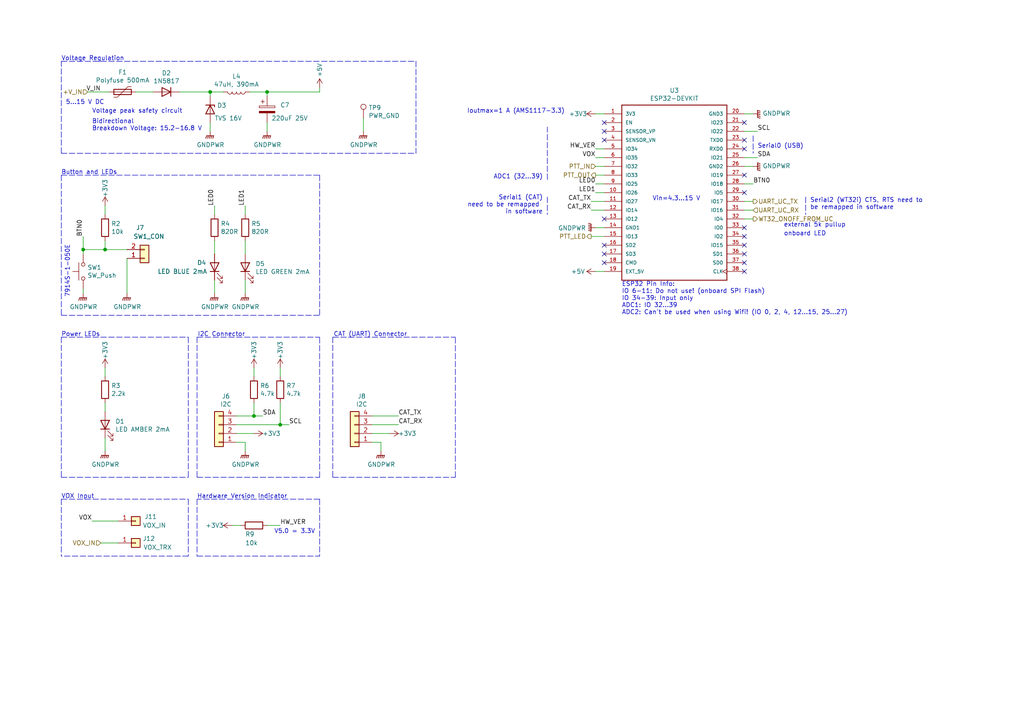
<source format=kicad_sch>
(kicad_sch (version 20211123) (generator eeschema)
  (paper "A4")
  (title_block (title "BT-TRX Development Board ") (date "2020-01-16") (rev "v5.0") (company "bt-trx.com") (comment 1 "Licensed under CERN OHL v1.2 - https://ohwr.org/licenses/cern-ohl/v1.2") (comment 2 "Andreas Müller - DC1MIL") (comment 3 "Christian Obersteiner - DL1COM") (comment 4 "Author:"))
  (lib_symbols
    (symbol "Connector:TestPoint" (pin_numbers hide) (pin_names (offset 0.762) hide)
      (property "Reference" "TP" (at 0 6.858 0))
      (property "Value" "TestPoint" (at 0 5.08 0))
      (symbol "TestPoint_0_1"
        (circle (center 0 3.302) (radius 0.762))
      )
      (symbol "TestPoint_1_1"
        (pin passive line (at 0 0 90) (length 2.54) (name "1") (number "1"))
      )
    )
    (symbol "Connector_Generic:Conn_01x01" (pin_names (offset 1.016) hide)
      (property "Reference" "J" (at 0 2.54 0))
      (property "Value" "Conn_01x01" (at 0 -2.54 0))
      (symbol "Conn_01x01_1_1"
        (rectangle (start -1.27 0.127) (end 0 -0.127) (stroke (width 0.1524)))
        (rectangle (start -1.27 1.27) (end 1.27 -1.27) (stroke (width 0.254)) (fill (type background)))
        (pin passive line (at -5.08 0 0) (length 3.81) (name "Pin_1") (number "1"))
      )
    )
    (symbol "Connector_Generic:Conn_01x02" (pin_names (offset 1.016) hide)
      (property "Reference" "J" (at 0 2.54 0))
      (property "Value" "Conn_01x02" (at 0 -5.08 0))
      (symbol "Conn_01x02_1_1"
        (rectangle (start -1.27 -2.413) (end 0 -2.667) (stroke (width 0.1524)))
        (rectangle (start -1.27 0.127) (end 0 -0.127) (stroke (width 0.1524)))
        (rectangle (start -1.27 1.27) (end 1.27 -3.81) (stroke (width 0.254)) (fill (type background)))
        (pin passive line (at -5.08 0 0) (length 3.81) (name "Pin_1") (number "1"))
        (pin passive line (at -5.08 -2.54 0) (length 3.81) (name "Pin_2") (number "2"))
      )
    )
    (symbol "Connector_Generic:Conn_01x04" (pin_names (offset 1.016) hide)
      (property "Reference" "J" (at 0 5.08 0))
      (property "Value" "Conn_01x04" (at 0 -7.62 0))
      (symbol "Conn_01x04_1_1"
        (rectangle (start -1.27 -4.953) (end 0 -5.207) (stroke (width 0.1524)))
        (rectangle (start -1.27 -2.413) (end 0 -2.667) (stroke (width 0.1524)))
        (rectangle (start -1.27 0.127) (end 0 -0.127) (stroke (width 0.1524)))
        (rectangle (start -1.27 2.667) (end 0 2.413) (stroke (width 0.1524)))
        (rectangle (start -1.27 3.81) (end 1.27 -6.35) (stroke (width 0.254)) (fill (type background)))
        (pin passive line (at -5.08 2.54 0) (length 3.81) (name "Pin_1") (number "1"))
        (pin passive line (at -5.08 0 0) (length 3.81) (name "Pin_2") (number "2"))
        (pin passive line (at -5.08 -2.54 0) (length 3.81) (name "Pin_3") (number "3"))
        (pin passive line (at -5.08 -5.08 0) (length 3.81) (name "Pin_4") (number "4"))
      )
    )
    (symbol "Device:D" (pin_numbers hide) (pin_names (offset 1.016) hide)
      (property "Reference" "D" (at 0 2.54 0))
      (property "Value" "D" (at 0 -2.54 0))
      (symbol "D_0_1"
        (polyline (pts (xy -1.27 1.27) (xy -1.27 -1.27)) (stroke (width 0.254)))
        (polyline (pts (xy 1.27 0) (xy -1.27 0)))
        (polyline (pts (xy 1.27 1.27) (xy 1.27 -1.27) (xy -1.27 0) (xy 1.27 1.27)) (stroke (width 0.254)))
      )
      (symbol "D_1_1"
        (pin passive line (at -3.81 0 0) (length 2.54) (name "K") (number "1"))
        (pin passive line (at 3.81 0 180) (length 2.54) (name "A") (number "2"))
      )
    )
    (symbol "Device:D_Zener" (pin_numbers hide) (pin_names (offset 1.016) hide)
      (property "Reference" "D" (at 0 2.54 0))
      (property "Value" "D_Zener" (at 0 -2.54 0))
      (symbol "D_Zener_0_1"
        (polyline (pts (xy 1.27 0) (xy -1.27 0)))
        (polyline (pts (xy -1.27 -1.27) (xy -1.27 1.27) (xy -0.762 1.27)) (stroke (width 0.254)))
        (polyline (pts (xy 1.27 -1.27) (xy 1.27 1.27) (xy -1.27 0) (xy 1.27 -1.27)) (stroke (width 0.254)))
      )
      (symbol "D_Zener_1_1"
        (pin passive line (at -3.81 0 0) (length 2.54) (name "K") (number "1"))
        (pin passive line (at 3.81 0 180) (length 2.54) (name "A") (number "2"))
      )
    )
    (symbol "Device:L" (pin_numbers hide) (pin_names (offset 1.016) hide)
      (property "Reference" "L" (at -1.27 0 90))
      (property "Value" "L" (at 1.905 0 90))
      (symbol "L_0_1"
        (arc (start 0 -2.54) (mid 0.635 -1.905) (end 0 -1.27))
        (arc (start 0 -1.27) (mid 0.635 -0.635) (end 0 0))
        (arc (start 0 0) (mid 0.635 0.635) (end 0 1.27))
        (arc (start 0 1.27) (mid 0.635 1.905) (end 0 2.54))
      )
      (symbol "L_1_1"
        (pin passive line (at 0 3.81 270) (length 1.27) (name "1") (number "1"))
        (pin passive line (at 0 -3.81 90) (length 1.27) (name "2") (number "2"))
      )
    )
    (symbol "Device:LED" (pin_numbers hide) (pin_names (offset 1.016) hide)
      (property "Reference" "D" (at 0 2.54 0))
      (property "Value" "LED" (at 0 -2.54 0))
      (symbol "LED_0_1"
        (polyline (pts (xy -1.27 -1.27) (xy -1.27 1.27)) (stroke (width 0.254)))
        (polyline (pts (xy -1.27 0) (xy 1.27 0)))
        (polyline (pts (xy 1.27 -1.27) (xy 1.27 1.27) (xy -1.27 0) (xy 1.27 -1.27)) (stroke (width 0.254)))
        (polyline (pts (xy -3.048 -0.762) (xy -4.572 -2.286) (xy -3.81 -2.286) (xy -4.572 -2.286) (xy -4.572 -1.524)))
        (polyline (pts (xy -1.778 -0.762) (xy -3.302 -2.286) (xy -2.54 -2.286) (xy -3.302 -2.286) (xy -3.302 -1.524)))
      )
      (symbol "LED_1_1"
        (pin passive line (at -3.81 0 0) (length 2.54) (name "K") (number "1"))
        (pin passive line (at 3.81 0 180) (length 2.54) (name "A") (number "2"))
      )
    )
    (symbol "Device:Polyfuse" (pin_numbers hide) (pin_names (offset 0))
      (property "Reference" "F" (at -2.54 0 90))
      (property "Value" "Polyfuse" (at 2.54 0 90))
      (symbol "Polyfuse_0_1"
        (rectangle (start -0.762 2.54) (end 0.762 -2.54) (stroke (width 0.254)))
        (polyline (pts (xy 0 2.54) (xy 0 -2.54)))
        (polyline (pts (xy -1.524 2.54) (xy -1.524 1.524) (xy 1.524 -1.524) (xy 1.524 -2.54)))
      )
      (symbol "Polyfuse_1_1"
        (pin passive line (at 0 3.81 270) (length 1.27) (name "~") (number "1"))
        (pin passive line (at 0 -3.81 90) (length 1.27) (name "~") (number "2"))
      )
    )
    (symbol "Device:R" (pin_numbers hide) (pin_names (offset 0))
      (property "Reference" "R" (at 2.032 0 90))
      (property "Value" "R" (at 0 0 90))
      (symbol "R_0_1"
        (rectangle (start -1.016 -2.54) (end 1.016 2.54) (stroke (width 0.254)))
      )
      (symbol "R_1_1"
        (pin passive line (at 0 3.81 270) (length 1.27) (name "~") (number "1"))
        (pin passive line (at 0 -3.81 90) (length 1.27) (name "~") (number "2"))
      )
    )
    (symbol "ESP32-DEVKITC-32D:ESP32-DEVKITC-32D" (pin_names (offset 1.016))
      (property "Reference" "U" (at -15.2654 26.0604 0))
      (property "Value" "ESP32-DEVKITC-32D" (at -15.2654 -27.9654 0))
      (symbol "ESP32-DEVKITC-32D_0_0"
        (polyline (pts (xy -15.24 -25.4) (xy -15.24 25.4)) (stroke (width 0.254)))
        (polyline (pts (xy -15.24 25.4) (xy 15.24 25.4)) (stroke (width 0.254)))
        (polyline (pts (xy 15.24 -25.4) (xy -15.24 -25.4)) (stroke (width 0.254)))
        (polyline (pts (xy 15.24 25.4) (xy 15.24 -25.4)) (stroke (width 0.254)))
        (pin power_in line (at -20.32 22.86 0) (length 5.08) (name "3V3") (number "1"))
        (pin bidirectional line (at -20.32 0 0) (length 5.08) (name "IO26") (number "10"))
        (pin bidirectional line (at -20.32 -2.54 0) (length 5.08) (name "IO27") (number "11"))
        (pin bidirectional line (at -20.32 -5.08 0) (length 5.08) (name "IO14") (number "12"))
        (pin bidirectional line (at -20.32 -7.62 0) (length 5.08) (name "IO12") (number "13"))
        (pin power_in line (at -20.32 -10.16 0) (length 5.08) (name "GND1") (number "14"))
        (pin bidirectional line (at -20.32 -12.7 0) (length 5.08) (name "IO13") (number "15"))
        (pin bidirectional line (at -20.32 -15.24 0) (length 5.08) (name "SD2") (number "16"))
        (pin bidirectional line (at -20.32 -17.78 0) (length 5.08) (name "SD3") (number "17"))
        (pin bidirectional line (at -20.32 -20.32 0) (length 5.08) (name "CMD") (number "18"))
        (pin power_in line (at -20.32 -22.86 0) (length 5.08) (name "EXT_5V") (number "19"))
        (pin input line (at -20.32 20.32 0) (length 5.08) (name "EN") (number "2"))
        (pin power_in line (at 20.32 22.86 180) (length 5.08) (name "GND3") (number "20"))
        (pin bidirectional line (at 20.32 20.32 180) (length 5.08) (name "IO23") (number "21"))
        (pin bidirectional line (at 20.32 17.78 180) (length 5.08) (name "IO22") (number "22"))
        (pin output line (at 20.32 15.24 180) (length 5.08) (name "TXD0") (number "23"))
        (pin input line (at 20.32 12.7 180) (length 5.08) (name "RXD0") (number "24"))
        (pin bidirectional line (at 20.32 10.16 180) (length 5.08) (name "IO21") (number "25"))
        (pin power_in line (at 20.32 7.62 180) (length 5.08) (name "GND2") (number "26"))
        (pin bidirectional line (at 20.32 5.08 180) (length 5.08) (name "IO19") (number "27"))
        (pin bidirectional line (at 20.32 2.54 180) (length 5.08) (name "IO18") (number "28"))
        (pin bidirectional line (at 20.32 0 180) (length 5.08) (name "IO5") (number "29"))
        (pin input line (at -20.32 17.78 0) (length 5.08) (name "SENSOR_VP") (number "3"))
        (pin bidirectional line (at 20.32 -2.54 180) (length 5.08) (name "IO17") (number "30"))
        (pin bidirectional line (at 20.32 -5.08 180) (length 5.08) (name "IO16") (number "31"))
        (pin bidirectional line (at 20.32 -7.62 180) (length 5.08) (name "IO4") (number "32"))
        (pin bidirectional line (at 20.32 -10.16 180) (length 5.08) (name "IO0") (number "33"))
        (pin bidirectional line (at 20.32 -12.7 180) (length 5.08) (name "IO2") (number "34"))
        (pin bidirectional line (at 20.32 -15.24 180) (length 5.08) (name "IO15") (number "35"))
        (pin bidirectional line (at 20.32 -17.78 180) (length 5.08) (name "SD1") (number "36"))
        (pin bidirectional line (at 20.32 -20.32 180) (length 5.08) (name "SD0") (number "37"))
        (pin input clock (at 20.32 -22.86 180) (length 5.08) (name "CLK") (number "38"))
        (pin input line (at -20.32 15.24 0) (length 5.08) (name "SENSOR_VN") (number "4"))
        (pin bidirectional line (at -20.32 12.7 0) (length 5.08) (name "IO34") (number "5"))
        (pin bidirectional line (at -20.32 10.16 0) (length 5.08) (name "IO35") (number "6"))
        (pin bidirectional line (at -20.32 7.62 0) (length 5.08) (name "IO32") (number "7"))
        (pin bidirectional line (at -20.32 5.08 0) (length 5.08) (name "IO33") (number "8"))
        (pin bidirectional line (at -20.32 2.54 0) (length 5.08) (name "IO25") (number "9"))
      )
    )
    (symbol "Switch:SW_Push" (pin_numbers hide) (pin_names (offset 1.016) hide)
      (property "Reference" "SW" (at 1.27 2.54 0))
      (property "Value" "SW_Push" (at 0 -1.524 0))
      (symbol "SW_Push_0_1"
        (circle (center -2.032 0) (radius 0.508))
        (polyline (pts (xy 0 1.27) (xy 0 3.048)))
        (polyline (pts (xy 2.54 1.27) (xy -2.54 1.27)))
        (circle (center 2.032 0) (radius 0.508))
        (pin passive line (at -5.08 0 0) (length 2.54) (name "1") (number "1"))
        (pin passive line (at 5.08 0 180) (length 2.54) (name "2") (number "2"))
      )
    )
    (symbol "bt-trx-dev-board-rescue:CP-Device" (pin_numbers hide) (pin_names (offset 0.254))
      (property "Reference" "C" (at 0.635 2.54 0))
      (property "Value" "CP-Device" (at 0.635 -2.54 0))
      (symbol "CP-Device_0_1"
        (rectangle (start -2.286 0.508) (end 2.286 1.016))
        (polyline (pts (xy -1.778 2.286) (xy -0.762 2.286)))
        (polyline (pts (xy -1.27 2.794) (xy -1.27 1.778)))
        (rectangle (start 2.286 -0.508) (end -2.286 -1.016) (fill (type outline)))
      )
      (symbol "CP-Device_1_1"
        (pin passive line (at 0 3.81 270) (length 2.794) (name "~") (number "1"))
        (pin passive line (at 0 -3.81 90) (length 2.794) (name "~") (number "2"))
      )
    )
    (symbol "power:+3V3" (power) (pin_names (offset 0))
      (property "Value" "+3V3" (at 0 3.556 0))
      (symbol "+3V3_0_1"
        (polyline (pts (xy -0.762 1.27) (xy 0 2.54)))
        (polyline (pts (xy 0 0) (xy 0 2.54)))
        (polyline (pts (xy 0 2.54) (xy 0.762 1.27)))
      )
      (symbol "+3V3_1_1"
        (pin power_in line (at 0 0 90) (length 0) hide (name "+3V3") (number "1"))
      )
    )
    (symbol "power:+5V" (power) (pin_names (offset 0))
      (property "Value" "+5V" (at 0 3.556 0))
      (symbol "+5V_0_1"
        (polyline (pts (xy -0.762 1.27) (xy 0 2.54)))
        (polyline (pts (xy 0 0) (xy 0 2.54)))
        (polyline (pts (xy 0 2.54) (xy 0.762 1.27)))
      )
      (symbol "+5V_1_1"
        (pin power_in line (at 0 0 90) (length 0) hide (name "+5V") (number "1"))
      )
    )
    (symbol "power:GNDPWR" (power) (pin_names (offset 0))
      (property "Value" "GNDPWR" (at 0 -3.302 0))
      (symbol "GNDPWR_0_1"
        (polyline (pts (xy 0 -1.27) (xy 0 0)))
        (polyline (pts (xy -1.016 -1.27) (xy -1.27 -2.032) (xy -1.27 -2.032)) (stroke (width 0.2032)))
        (polyline (pts (xy -0.508 -1.27) (xy -0.762 -2.032) (xy -0.762 -2.032)) (stroke (width 0.2032)))
        (polyline (pts (xy 0 -1.27) (xy -0.254 -2.032) (xy -0.254 -2.032)) (stroke (width 0.2032)))
        (polyline (pts (xy 0.508 -1.27) (xy 0.254 -2.032) (xy 0.254 -2.032)) (stroke (width 0.2032)))
        (polyline (pts (xy 1.016 -1.27) (xy -1.016 -1.27) (xy -1.016 -1.27)) (stroke (width 0.2032)))
        (polyline (pts (xy 1.016 -1.27) (xy 0.762 -2.032) (xy 0.762 -2.032) (xy 0.762 -2.032)) (stroke (width 0.2032)))
      )
      (symbol "GNDPWR_1_1"
        (pin power_in line (at 0 0 270) (length 0) hide (name "GNDPWR") (number "1"))
      )
    )
  )
  (junction (at 81.28 123.19))
  (junction (at 30.48 72.39))
  (junction (at 24.13 72.39))
  (junction (at 77.47 26.67))
  (junction (at 73.66 120.65))
  (junction (at 60.96 26.67))
  (no_connect (at 175.26 40.64))
  (no_connect (at 215.9 43.18))
  (no_connect (at 215.9 66.04))
  (no_connect (at 175.26 71.12))
  (no_connect (at 175.26 38.1))
  (no_connect (at 175.26 63.5))
  (no_connect (at 215.9 68.58))
  (no_connect (at 175.26 73.66))
  (no_connect (at 215.9 76.2))
  (no_connect (at 175.26 76.2))
  (no_connect (at 215.9 40.64))
  (no_connect (at 215.9 50.8))
  (no_connect (at 215.9 71.12))
  (no_connect (at 215.9 73.66))
  (no_connect (at 215.9 55.88))
  (no_connect (at 215.9 35.56))
  (no_connect (at 215.9 78.74))
  (no_connect (at 175.26 35.56))
  (polyline (pts (xy 17.78 50.8) (xy 92.71 50.8)))
  (polyline (pts (xy 218.44 39.37) (xy 218.44 44.45)))
  (wire (pts (xy 64.77 26.67) (xy 60.96 26.67)))
  (wire (pts (xy 215.9 33.02) (xy 218.44 33.02)))
  (wire (pts (xy 30.48 127) (xy 30.48 130.81)))
  (wire (pts (xy 175.26 48.26) (xy 172.72 48.26)))
  (wire (pts (xy 215.9 60.96) (xy 218.44 60.96)))
  (wire (pts (xy 215.9 48.26) (xy 218.44 48.26)))
  (wire (pts (xy 71.12 62.23) (xy 71.12 59.69)))
  (polyline (pts (xy 54.61 144.78) (xy 54.61 161.29)))
  (wire (pts (xy 175.26 43.18) (xy 172.72 43.18)))
  (wire (pts (xy 60.96 35.56) (xy 60.96 38.1)))
  (wire (pts (xy 24.13 83.82) (xy 24.13 85.09)))
  (polyline (pts (xy 92.71 138.43) (xy 92.71 97.79)))
  (polyline (pts (xy 57.15 161.29) (xy 92.71 161.29)))
  (polyline (pts (xy 17.78 144.78) (xy 54.61 144.78)))
  (polyline (pts (xy 132.08 138.43) (xy 132.08 97.79)))
  (wire (pts (xy 71.12 128.27) (xy 71.12 130.81)))
  (wire (pts (xy 175.26 45.72) (xy 172.72 45.72)))
  (wire (pts (xy 172.72 53.34) (xy 175.26 53.34)))
  (polyline (pts (xy 92.71 144.78) (xy 57.15 144.78)))
  (polyline (pts (xy 158.75 57.15) (xy 158.75 62.23)))
  (wire (pts (xy 172.72 55.88) (xy 175.26 55.88)))
  (wire (pts (xy 215.9 53.34) (xy 218.44 53.34)))
  (wire (pts (xy 77.47 35.56) (xy 77.47 38.1)))
  (wire (pts (xy 105.41 38.1) (xy 105.41 34.29)))
  (polyline (pts (xy 92.71 50.8) (xy 92.71 91.44)))
  (wire (pts (xy 107.95 125.73) (xy 113.03 125.73)))
  (wire (pts (xy 171.45 68.58) (xy 175.26 68.58)))
  (wire (pts (xy 81.28 123.19) (xy 83.82 123.19)))
  (wire (pts (xy 29.21 157.48) (xy 34.29 157.48)))
  (wire (pts (xy 77.47 152.4) (xy 81.28 152.4)))
  (wire (pts (xy 215.9 58.42) (xy 218.44 58.42)))
  (wire (pts (xy 62.23 62.23) (xy 62.23 59.69)))
  (wire (pts (xy 73.66 120.65) (xy 76.2 120.65)))
  (wire (pts (xy 110.49 128.27) (xy 110.49 130.81)))
  (wire (pts (xy 68.58 123.19) (xy 81.28 123.19)))
  (polyline (pts (xy 17.78 44.45) (xy 17.78 17.78)))
  (wire (pts (xy 172.72 66.04) (xy 175.26 66.04)))
  (wire (pts (xy 72.39 26.67) (xy 77.47 26.67)))
  (wire (pts (xy 52.07 26.67) (xy 60.96 26.67)))
  (wire (pts (xy 175.26 33.02) (xy 172.72 33.02)))
  (wire (pts (xy 92.71 26.67) (xy 92.71 25.4)))
  (polyline (pts (xy 233.68 57.15) (xy 233.68 62.23)))
  (wire (pts (xy 77.47 27.94) (xy 77.47 26.67)))
  (wire (pts (xy 62.23 81.28) (xy 62.23 85.09)))
  (polyline (pts (xy 57.15 144.78) (xy 57.15 161.29)))
  (polyline (pts (xy 96.52 138.43) (xy 132.08 138.43)))
  (polyline (pts (xy 17.78 91.44) (xy 92.71 91.44)))
  (wire (pts (xy 67.31 152.4) (xy 69.85 152.4)))
  (wire (pts (xy 81.28 116.84) (xy 81.28 123.19)))
  (wire (pts (xy 36.83 74.93) (xy 36.83 85.09)))
  (wire (pts (xy 172.72 78.74) (xy 175.26 78.74)))
  (wire (pts (xy 68.58 120.65) (xy 73.66 120.65)))
  (polyline (pts (xy 54.61 97.79) (xy 54.61 138.43)))
  (polyline (pts (xy 158.75 52.07) (xy 158.75 36.83)))
  (wire (pts (xy 30.48 116.84) (xy 30.48 119.38)))
  (wire (pts (xy 68.58 125.73) (xy 73.66 125.73)))
  (wire (pts (xy 107.95 120.65) (xy 115.57 120.65)))
  (wire (pts (xy 73.66 116.84) (xy 73.66 120.65)))
  (wire (pts (xy 24.13 72.39) (xy 24.13 73.66)))
  (wire (pts (xy 68.58 128.27) (xy 71.12 128.27)))
  (wire (pts (xy 71.12 81.28) (xy 71.12 85.09)))
  (wire (pts (xy 215.9 63.5) (xy 218.44 63.5)))
  (polyline (pts (xy 96.52 97.79) (xy 96.52 138.43)))
  (polyline (pts (xy 17.78 144.78) (xy 17.78 161.29)))
  (wire (pts (xy 24.13 68.58) (xy 24.13 72.39)))
  (polyline (pts (xy 92.71 144.78) (xy 92.71 161.29)))
  (wire (pts (xy 175.26 60.96) (xy 171.45 60.96)))
  (polyline (pts (xy 17.78 50.8) (xy 17.78 91.44)))
  (wire (pts (xy 60.96 26.67) (xy 60.96 27.94)))
  (wire (pts (xy 71.12 69.85) (xy 71.12 73.66)))
  (polyline (pts (xy 17.78 97.79) (xy 54.61 97.79)))
  (wire (pts (xy 215.9 45.72) (xy 219.71 45.72)))
  (wire (pts (xy 171.45 58.42) (xy 175.26 58.42)))
  (wire (pts (xy 34.29 151.13) (xy 26.67 151.13)))
  (polyline (pts (xy 54.61 161.29) (xy 17.78 161.29)))
  (wire (pts (xy 36.83 72.39) (xy 30.48 72.39)))
  (polyline (pts (xy 17.78 44.45) (xy 120.65 44.45)))
  (polyline (pts (xy 57.15 97.79) (xy 57.15 138.43)))
  (wire (pts (xy 25.4 26.67) (xy 31.75 26.67)))
  (wire (pts (xy 107.95 128.27) (xy 110.49 128.27)))
  (wire (pts (xy 107.95 123.19) (xy 115.57 123.19)))
  (wire (pts (xy 30.48 72.39) (xy 24.13 72.39)))
  (polyline (pts (xy 17.78 138.43) (xy 54.61 138.43)))
  (polyline (pts (xy 57.15 138.43) (xy 92.71 138.43)))
  (wire (pts (xy 73.66 109.22) (xy 73.66 106.68)))
  (wire (pts (xy 77.47 26.67) (xy 92.71 26.67)))
  (wire (pts (xy 30.48 109.22) (xy 30.48 106.68)))
  (polyline (pts (xy 17.78 17.78) (xy 120.65 17.78)))
  (polyline (pts (xy 57.15 97.79) (xy 92.71 97.79)))
  (wire (pts (xy 172.72 50.8) (xy 175.26 50.8)))
  (wire (pts (xy 81.28 109.22) (xy 81.28 106.68)))
  (polyline (pts (xy 120.65 17.78) (xy 120.65 44.45)))
  (wire (pts (xy 39.37 26.67) (xy 44.45 26.67)))
  (wire (pts (xy 30.48 69.85) (xy 30.48 72.39)))
  (wire (pts (xy 30.48 59.69) (xy 30.48 62.23)))
  (wire (pts (xy 215.9 38.1) (xy 219.71 38.1)))
  (polyline (pts (xy 96.52 97.79) (xy 132.08 97.79)))
  (wire (pts (xy 62.23 69.85) (xy 62.23 73.66)))
  (polyline (pts (xy 17.78 97.79) (xy 17.78 138.43)))
  (text "7914S-1-050E " (at 20.32 86.36 90) (effects (font (size 1.27 1.27)) (justify left bottom)))
  (text "I2C Connector" (at 71.12 97.79 180) (effects (font (size 1.27 1.27)) (justify right bottom)))
  (text "ADC1 (32...39)" (at 157.48 52.07 180) (effects (font (size 1.27 1.27)) (justify right bottom)))
  (text "Ioutmax=1 A (AMS1117-3.3)" (at 163.83 33.02 180) (effects (font (size 1.27 1.27)) (justify right bottom)))
  (text "onboard LED" (at 227.33 68.58 0) (effects (font (size 1.27 1.27)) (justify left bottom)))
  (text "Hardware Version Indicator" (at 57.15 144.78 0) (effects (font (size 1.27 1.27)) (justify left bottom)))
  (text "Voltage peak safety circuit" (at 26.67 33.02 0) (effects (font (size 1.27 1.27)) (justify left bottom)))
  (text "external 5k pullup" (at 227.33 66.04 0) (effects (font (size 1.27 1.27)) (justify left bottom)))
  (text "5...15 V DC" (at 19.05 30.48 0) (effects (font (size 1.27 1.27)) (justify left bottom)))
  (text "VOX Input" (at 17.78 144.78 0) (effects (font (size 1.27 1.27)) (justify left bottom)))
  (text "ESP32 Pin Info:\nIO 6-11: Do not use! (onboard SPI Flash)\nIO 34-39: Input only\nADC1: IO 32...39\nADC2: Can't be used when using Wifi! (IO 0, 2, 4, 12...15, 25...27)" (at 180.34 91.44 0) (effects (font (size 1.27 1.27)) (justify left bottom)))
  (text "Serial2 (WT32i) CTS, RTS need to\nbe remapped in software" (at 234.95 60.96 0) (effects (font (size 1.27 1.27)) (justify left bottom)))
  (text "Button and LEDs" (at 17.78 50.8 0) (effects (font (size 1.27 1.27)) (justify left bottom)))
  (text "Serial1 (CAT)\nneed to be remapped \nin software" (at 157.48 62.23 180) (effects (font (size 1.27 1.27)) (justify right bottom)))
  (text "Voltage Regulation" (at 17.78 17.78 0) (effects (font (size 1.27 1.27)) (justify left bottom)))
  (text "V5.0 = 3.3V" (at 91.44 154.94 180) (effects (font (size 1.27 1.27)) (justify right bottom)))
  (text "Bidirectional\nBreakdown Voltage: 15.2-16.8 V" (at 26.67 38.1 0) (effects (font (size 1.27 1.27)) (justify left bottom)))
  (text "CAT (UART) Connector" (at 118.11 97.79 180) (effects (font (size 1.27 1.27)) (justify right bottom)))
  (text "Power LEDs" (at 17.78 97.79 0) (effects (font (size 1.27 1.27)) (justify left bottom)))
  (text "Vin=4.3...15 V" (at 189.23 58.42 0) (effects (font (size 1.27 1.27)) (justify left bottom)))
  (text "Serial0 (USB)" (at 219.71 43.18 0) (effects (font (size 1.27 1.27)) (justify left bottom)))
  (label "BTN0" (at 24.13 68.58 90))
  (label "SDA" (at 219.71 45.72 0))
  (label "CAT_RX" (at 171.45 60.96 180))
  (label "HW_VER" (at 81.28 152.4 0))
  (label "BTN0" (at 218.44 53.34 0))
  (label "SDA" (at 76.2 120.65 0))
  (label "SCL" (at 83.82 123.19 0))
  (label "LED1" (at 172.72 55.88 180))
  (label "CAT_TX" (at 115.57 120.65 0))
  (label "VOX" (at 172.72 45.72 180))
  (label "CAT_RX" (at 115.57 123.19 0))
  (label "LED0" (at 62.23 59.69 90))
  (label "CAT_TX" (at 171.45 58.42 180))
  (label "V_IN" (at 29.21 26.67 180))
  (label "VOX" (at 26.67 151.13 180))
  (label "SCL" (at 219.71 38.1 0))
  (label "HW_VER" (at 172.72 43.18 180))
  (label "LED0" (at 172.72 53.34 180))
  (label "LED1" (at 71.12 59.69 90))
  (hierarchical_label "WT32_ONOFF_FROM_UC" (shape output) (at 218.44 63.5 0))
  (hierarchical_label "VOX_IN" (shape input) (at 29.21 157.48 180))
  (hierarchical_label "PTT_LED" (shape output) (at 171.45 68.58 180))
  (hierarchical_label "PTT_OUT" (shape output) (at 172.72 50.8 180))
  (hierarchical_label "UART_UC_TX" (shape output) (at 218.44 58.42 0))
  (hierarchical_label "+V_IN" (shape input) (at 25.4 26.67 180))
  (hierarchical_label "PTT_IN" (shape input) (at 172.72 48.26 180))
  (hierarchical_label "UART_UC_RX" (shape input) (at 218.44 60.96 0))
  (symbol (lib_id "Device:D") (at 48.26 26.67 180) (unit 1)
    (property "Reference" "D2" (at 48.26 21.1836 0))
    (property "Value" "1N5817" (at 48.26 23.495 0))
    (property "Footprint" "Diode_SMD:D_SMA" (effects hide))
    (property "Mouser Best.Nr." "583-FM5817" (effects hide))
  )
  (symbol (lib_id "Device:R") (at 30.48 113.03 0) (unit 1)
    (property "Reference" "R3" (at 32.258 111.8616 0) (effects (justify left)))
    (property "Value" "2.2k" (at 32.258 114.173 0) (effects (justify left)))
    (property "Footprint" "Resistor_SMD:R_0805_2012Metric_Pad1.15x1.40mm_HandSolder" (effects hide))
    (property "Mouser Best.Nr." "603-RC0805JR-072K2L " (effects hide))
    (property "PartNrDigikey" "311-2.2KARCT-ND" (effects hide))
  )
  (symbol (lib_id "Device:LED") (at 30.48 123.19 90) (unit 1)
    (property "Reference" "D1" (at 33.4518 122.2248 90) (effects (justify right)))
    (property "Value" "LED AMBER 2mA" (at 33.4518 124.5362 90) (effects (justify right)))
    (property "Footprint" "Kingbright:APA2107LSECK" (effects hide))
    (property "Mouser Best.Nr." "604-APA2107LSECKJ4RV" (effects hide))
    (property "PartNrDigikey" "754-1921-1-ND" (effects hide))
  )
  (symbol (lib_id "power:+3V3") (at 30.48 106.68 0) (unit 1)
    (property "Reference" "#PWR023" (effects hide))
    (property "Value" "+3V3" (at 30.48 101.6 90))
  )
  (symbol (lib_id "Device:Polyfuse") (at 35.56 26.67 270) (unit 1)
    (property "Reference" "F1" (at 35.56 20.955 90))
    (property "Value" "Polyfuse 500mA" (at 35.56 23.2664 90))
    (property "Footprint" "Fuse:Fuse_1206_3216Metric_Pad1.42x1.75mm_HandSolder" (effects hide))
    (property "Mouser Best.Nr." "530-0ZCJ0025AF2E" (effects hide))
    (property "PartNrDigikey" "507-1799-1-ND" (effects hide))
  )
  (symbol (lib_id "Device:L") (at 68.58 26.67 270) (unit 1)
    (property "Reference" "L4" (at 68.58 22.1488 90))
    (property "Value" "47uH, 390mA" (at 68.58 24.4602 90))
    (property "Footprint" "Inductor_SMD:L_Wuerth_MAPI-3020" (effects hide))
    (property "Mouser Best.Nr." "710-74438335470" (effects hide))
    (property "PartNrDigikey" "732-4872-1-ND" (effects hide))
  )
  (symbol (lib_id "Device:D_Zener") (at 60.96 31.75 270) (unit 1)
    (property "Reference" "D3" (at 62.9666 30.5816 90) (effects (justify left)))
    (property "Value" "TVS 16V" (at 62.23 34.29 90) (effects (justify left)))
    (property "Footprint" "Diode_SMD:D_SMB" (effects hide))
    (property "Mouser Best.Nr." "652-P6SMB16CA" (effects hide))
    (property "PartNrDigikey" "P6SMB16CABBCT-ND" (effects hide))
  )
  (symbol (lib_id "Switch:SW_Push") (at 24.13 78.74 90) (unit 1)
    (property "Reference" "SW1" (at 25.3492 77.5716 90) (effects (justify right)))
    (property "Value" "SW_Push" (at 25.3492 79.883 90) (effects (justify right)))
    (property "Footprint" "Button_Switch_THT:SW_Tactile_SKHH_Angled" (effects hide))
    (property "Mouser Best.Nr." "611-PTS645VK832" (effects hide))
    (property "PartNrDigikey" "CKN10950-ND" (effects hide))
  )
  (symbol (lib_id "Device:R") (at 62.23 66.04 0) (unit 1)
    (property "Reference" "R4" (at 64.008 64.8716 0) (effects (justify left)))
    (property "Value" "820R" (at 64.008 67.183 0) (effects (justify left)))
    (property "Footprint" "Resistor_SMD:R_0805_2012Metric_Pad1.15x1.40mm_HandSolder" (effects hide))
    (property "Mouser Best.Nr." "603-RC0805JR-07820RL" (effects hide))
    (property "PartNrDigikey" "311-820ARCT-ND" (effects hide))
  )
  (symbol (lib_id "Device:LED") (at 62.23 77.47 90) (unit 1)
    (property "Reference" "D4" (at 57.15 76.2 90) (effects (justify right)))
    (property "Value" "LED BLUE 2mA" (at 45.72 78.74 90) (effects (justify right)))
    (property "Footprint" "Kingbright:APA2107LSECK" (effects hide))
    (property "Mouser Best.Nr." "604-APA2107LVBCD" (effects hide))
    (property "PartNrDigikey" "754-1923-1-ND" (effects hide))
  )
  (symbol (lib_id "Device:R") (at 71.12 66.04 0) (unit 1)
    (property "Reference" "R5" (at 72.898 64.8716 0) (effects (justify left)))
    (property "Value" "820R" (at 72.898 67.183 0) (effects (justify left)))
    (property "Footprint" "Resistor_SMD:R_0805_2012Metric_Pad1.15x1.40mm_HandSolder" (effects hide))
    (property "Mouser Best.Nr." "603-RC0805JR-07820RL" (effects hide))
    (property "PartNrDigikey" "311-820ARCT-ND" (effects hide))
  )
  (symbol (lib_id "Device:LED") (at 71.12 77.47 90) (unit 1)
    (property "Reference" "D5" (at 74.0918 76.5048 90) (effects (justify right)))
    (property "Value" "LED GREEN 2mA" (at 74.0918 78.8162 90) (effects (justify right)))
    (property "Footprint" "Kingbright:APA2107LSECK" (effects hide))
    (property "Mouser Best.Nr." "604-APA2107LZGCK" (effects hide))
    (property "PartNrDigikey" "754-1924-1-ND" (effects hide))
  )
  (symbol (lib_id "power:+5V") (at 92.71 25.4 0) (unit 1)
    (property "Reference" "#PWR033" (effects hide))
    (property "Value" "+5V" (at 92.71 20.32 90))
  )
  (symbol (lib_id "Connector_Generic:Conn_01x04") (at 63.5 125.73 180) (unit 1)
    (property "Reference" "J6" (at 65.532 114.935 0))
    (property "Value" "I2C" (at 65.532 117.2464 0))
    (property "Footprint" "Connector_PinHeader_2.54mm:PinHeader_1x04_P2.54mm_Vertical" (effects hide))
    (property "Mouser Best.Nr." "855-M20-9770446" (effects hide))
    (property "DNA" "DNA" (effects hide))
    (property "PartNrDigikey" "952-1785-ND" (effects hide))
  )
  (symbol (lib_id "power:+3V3") (at 73.66 125.73 270) (unit 1)
    (property "Reference" "#PWR031" (effects hide))
    (property "Value" "+3V3" (at 78.74 125.73 90))
  )
  (symbol (lib_id "Device:R") (at 73.66 113.03 0) (unit 1)
    (property "Reference" "R6" (at 75.438 111.8616 0) (effects (justify left)))
    (property "Value" "4.7k" (at 75.438 114.173 0) (effects (justify left)))
    (property "Footprint" "Resistor_SMD:R_0805_2012Metric_Pad1.15x1.40mm_HandSolder" (effects hide))
    (property "Mouser Best.Nr." "603-RC0805JR-074K7L" (effects hide))
    (property "PartNrDigikey" "311-4.7KARCT-ND" (effects hide))
  )
  (symbol (lib_id "Device:R") (at 81.28 113.03 0) (unit 1)
    (property "Reference" "R7" (at 83.058 111.8616 0) (effects (justify left)))
    (property "Value" "4.7k" (at 83.058 114.173 0) (effects (justify left)))
    (property "Footprint" "Resistor_SMD:R_0805_2012Metric_Pad1.15x1.40mm_HandSolder" (effects hide))
    (property "Mouser Best.Nr." "603-RC0805JR-074K7L" (effects hide))
    (property "PartNrDigikey" "311-4.7KARCT-ND" (effects hide))
  )
  (symbol (lib_id "power:+3V3") (at 73.66 106.68 0) (unit 1)
    (property "Reference" "#PWR030" (effects hide))
    (property "Value" "+3V3" (at 73.66 101.6 90))
  )
  (symbol (lib_id "power:+3V3") (at 81.28 106.68 0) (unit 1)
    (property "Reference" "#PWR032" (effects hide))
    (property "Value" "+3V3" (at 81.28 101.6 90))
  )
  (symbol (lib_id "bt-trx-dev-board-rescue:CP-Device") (at 77.47 31.75 0) (unit 1)
    (property "Reference" "C7" (at 81.28 30.48 0) (effects (justify left)))
    (property "Value" "220uF 25V" (at 78.74 34.29 0) (effects (justify left)))
    (property "Footprint" "Capacitor_SMD:CP_Elec_10x10.5" (effects hide))
    (property "Mouser Best.Nr." "667-EEE-HA1H221P " (effects hide))
    (property "PartNrDigikey" "PCE4214CT-ND" (effects hide))
  )
  (symbol (lib_id "ESP32-DEVKITC-32D:ESP32-DEVKITC-32D") (at 195.58 55.88 0) (unit 1)
    (property "Reference" "U3" (at 195.58 26.2382 0))
    (property "Value" "ESP32-DEVKIT" (at 195.58 28.5496 0))
    (property "Footprint" "nodemcu_esp-32s:ESP32-DEVKITC-32D" (effects hide))
    (property "Datasheet" "None" (effects hide))
    (property "Mouser Best.Nr." "356-ESP32-DEVKITC32D " (effects hide))
    (property "PartNrDigikey" "1965-1000-ND" (effects hide))
  )
  (symbol (lib_id "power:+3V3") (at 172.72 33.02 90) (unit 1)
    (property "Reference" "#PWR034" (effects hide))
    (property "Value" "+3V3" (at 167.64 33.02 90))
  )
  (symbol (lib_id "power:+5V") (at 172.72 78.74 90) (unit 1)
    (property "Reference" "#PWR036" (effects hide))
    (property "Value" "+5V" (at 167.64 78.74 90))
  )
  (symbol (lib_id "Connector_Generic:Conn_01x02") (at 41.91 74.93 0) (mirror x) (unit 1)
    (property "Reference" "J7" (at 40.64 66.04 0))
    (property "Value" "SW1_CON" (at 43.18 68.58 0))
    (property "Footprint" "Connector_PinHeader_2.54mm:PinHeader_1x02_P2.54mm_Vertical" (effects hide))
    (property "Mouser Best.Nr." "855-M20-9990246" (effects hide))
    (property "DNA" "DNA" (effects hide))
    (property "PartNrDigikey" "952-2262-ND" (effects hide))
  )
  (symbol (lib_id "Device:R") (at 30.48 66.04 0) (unit 1)
    (property "Reference" "R2" (at 32.258 64.8716 0) (effects (justify left)))
    (property "Value" "10k" (at 32.258 67.183 0) (effects (justify left)))
    (property "Footprint" "Resistor_SMD:R_0805_2012Metric_Pad1.15x1.40mm_HandSolder" (effects hide))
    (property "Mouser Best.Nr." "603-RC0805FR-0710KL" (effects hide))
    (property "PartNrDigikey" "311-10.0KCRCT-ND" (effects hide))
  )
  (symbol (lib_id "power:+3V3") (at 30.48 59.69 0) (unit 1)
    (property "Reference" "#PWR040" (effects hide))
    (property "Value" "+3V3" (at 30.48 54.61 90))
  )
  (symbol (lib_id "Device:R") (at 73.66 152.4 270) (unit 1)
    (property "Reference" "R9" (at 71.12 154.94 90) (effects (justify left)))
    (property "Value" "10k" (at 71.12 157.48 90) (effects (justify left)))
    (property "Footprint" "Resistor_SMD:R_0805_2012Metric_Pad1.15x1.40mm_HandSolder" (effects hide))
    (property "Mouser Best.Nr." "603-RC0805FR-0710KL" (effects hide))
    (property "PartNrDigikey" "311-10.0KCRCT-ND" (effects hide))
  )
  (symbol (lib_id "Connector_Generic:Conn_01x01") (at 39.37 151.13 0) (unit 1)
    (property "Reference" "J11" (at 41.91 149.86 0) (effects (justify left)))
    (property "Value" "VOX_IN" (at 41.402 152.3746 0) (effects (justify left)))
    (property "Footprint" "Connector_PinSocket_2.54mm:PinSocket_1x01_P2.54mm_Vertical" (effects hide))
    (property "DNA" "DNA" (effects hide))
    (property "Mouser Best.Nr." "-" (effects hide))
  )
  (symbol (lib_id "Connector_Generic:Conn_01x01") (at 39.37 157.48 0) (mirror x) (unit 1)
    (property "Reference" "J12" (at 43.18 156.21 0))
    (property "Value" "VOX_TRX" (at 45.72 158.75 0))
    (property "Footprint" "Connector_PinSocket_2.54mm:PinSocket_1x01_P2.54mm_Vertical" (effects hide))
    (property "DNA" "DNA" (effects hide))
    (property "Mouser Best.Nr." "-" (effects hide))
  )
  (symbol (lib_id "power:+3V3") (at 67.31 152.4 90) (unit 1)
    (property "Reference" "#PWR045" (effects hide))
    (property "Value" "+3V3" (at 62.23 152.4 90))
  )
  (symbol (lib_id "power:GNDPWR") (at 60.96 38.1 0) (unit 1)
    (property "Reference" "#PWR027" (effects hide))
    (property "Value" "GNDPWR" (at 61.0616 42.0116 0))
  )
  (symbol (lib_id "power:GNDPWR") (at 77.47 38.1 0) (unit 1)
    (property "Reference" "#PWR037" (effects hide))
    (property "Value" "GNDPWR" (at 77.5716 42.0116 0))
  )
  (symbol (lib_id "power:GNDPWR") (at 24.13 85.09 0) (unit 1)
    (property "Reference" "#PWR022" (effects hide))
    (property "Value" "GNDPWR" (at 24.2316 89.0016 0))
  )
  (symbol (lib_id "power:GNDPWR") (at 36.83 85.09 0) (unit 1)
    (property "Reference" "#PWR025" (effects hide))
    (property "Value" "GNDPWR" (at 36.9316 89.0016 0))
  )
  (symbol (lib_id "power:GNDPWR") (at 62.23 85.09 0) (unit 1)
    (property "Reference" "#PWR026" (effects hide))
    (property "Value" "GNDPWR" (at 62.3316 89.0016 0))
  )
  (symbol (lib_id "power:GNDPWR") (at 71.12 85.09 0) (unit 1)
    (property "Reference" "#PWR029" (effects hide))
    (property "Value" "GNDPWR" (at 71.2216 89.0016 0))
  )
  (symbol (lib_id "power:GNDPWR") (at 30.48 130.81 0) (unit 1)
    (property "Reference" "#PWR024" (effects hide))
    (property "Value" "GNDPWR" (at 30.5816 134.7216 0))
  )
  (symbol (lib_id "power:GNDPWR") (at 71.12 130.81 0) (unit 1)
    (property "Reference" "#PWR035" (effects hide))
    (property "Value" "GNDPWR" (at 71.2216 134.7216 0))
  )
  (symbol (lib_id "power:GNDPWR") (at 110.49 130.81 0) (unit 1)
    (property "Reference" "#PWR038" (effects hide))
    (property "Value" "GNDPWR" (at 110.5916 134.7216 0))
  )
  (symbol (lib_id "power:GNDPWR") (at 172.72 66.04 270) (unit 1)
    (property "Reference" "#PWR041" (effects hide))
    (property "Value" "GNDPWR" (at 169.9514 66.1416 90) (effects (justify right)))
  )
  (symbol (lib_id "power:GNDPWR") (at 218.44 48.26 90) (unit 1)
    (property "Reference" "#PWR043" (effects hide))
    (property "Value" "GNDPWR" (at 221.1832 48.133 90) (effects (justify right)))
  )
  (symbol (lib_id "power:GNDPWR") (at 218.44 33.02 90) (unit 1)
    (property "Reference" "#PWR042" (effects hide))
    (property "Value" "GNDPWR" (at 221.1832 32.893 90) (effects (justify right)))
  )
  (symbol (lib_id "Connector:TestPoint") (at 105.41 34.29 0) (unit 1)
    (property "Reference" "TP9" (at 106.8832 31.242 0) (effects (justify left)))
    (property "Value" "PWR_GND" (at 106.8832 33.5534 0) (effects (justify left)))
    (property "Footprint" "TestPoint:TestPoint_Pad_4.0x4.0mm" (effects hide))
    (property "Mouser Best.Nr." "-" (effects hide))
  )
  (symbol (lib_id "power:GNDPWR") (at 105.41 38.1 0) (unit 1)
    (property "Reference" "#PWR0101" (effects hide))
    (property "Value" "GNDPWR" (at 105.5116 42.0116 0))
  )
  (symbol (lib_id "Connector_Generic:Conn_01x04") (at 102.87 125.73 180) (unit 1)
    (property "Reference" "J8" (at 104.902 114.935 0))
    (property "Value" "I2C" (at 104.902 117.2464 0))
    (property "Footprint" "Connector_PinHeader_2.54mm:PinHeader_1x04_P2.54mm_Vertical" (effects hide))
    (property "Mouser Best.Nr." "855-M20-9770446" (effects hide))
    (property "DNA" "DNA" (effects hide))
    (property "PartNrDigikey" "952-1785-ND" (effects hide))
  )
  (symbol (lib_id "power:+3V3") (at 113.03 125.73 270) (unit 1)
    (property "Reference" "#PWR039" (effects hide))
    (property "Value" "+3V3" (at 118.11 125.73 90))
  )
)
</source>
